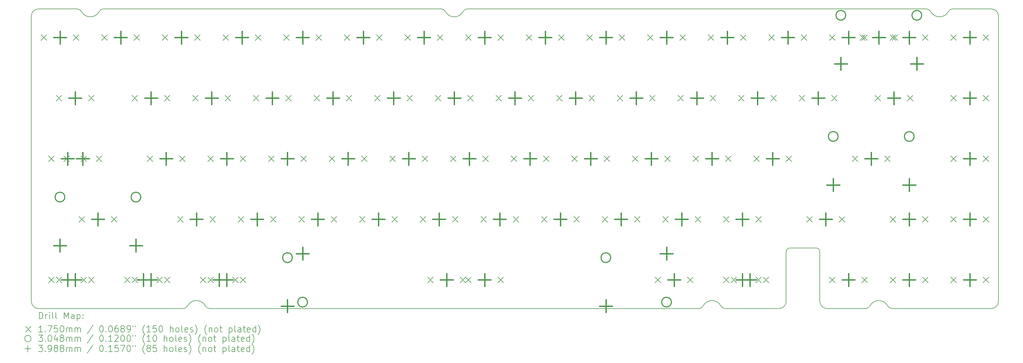
<source format=gbr>
%FSLAX45Y45*%
G04 Gerber Fmt 4.5, Leading zero omitted, Abs format (unit mm)*
G04 Created by KiCad (PCBNEW (6.0.1)) date 2022-02-17 22:32:31*
%MOMM*%
%LPD*%
G01*
G04 APERTURE LIST*
%TA.AperFunction,Profile*%
%ADD10C,0.200000*%
%TD*%
%ADD11C,0.200000*%
%ADD12C,0.175000*%
%ADD13C,0.304800*%
%ADD14C,0.398780*%
G04 APERTURE END LIST*
D10*
X1573193Y-80645D02*
G75*
G03*
X2131807Y-80645I279307J145645D01*
G01*
X225000Y0D02*
G75*
G03*
X0Y-225000I0J-225000D01*
G01*
X13003193Y-80645D02*
G75*
G03*
X12870189Y0I-133004J-69355D01*
G01*
X2264811Y0D02*
G75*
G03*
X2131807Y-80645I0J-150000D01*
G01*
X1440189Y0D02*
X225000Y0D01*
X30375000Y-9195000D02*
X30375000Y-225000D01*
X5465557Y-9339355D02*
G75*
G03*
X5598561Y-9420000I133003J69355D01*
G01*
X5465557Y-9339355D02*
G75*
G03*
X4906943Y-9339355I-279307J-145645D01*
G01*
X26896807Y-9339355D02*
G75*
G03*
X27029811Y-9420000I133003J69355D01*
G01*
X23832500Y-7515000D02*
X24640000Y-7515000D01*
X28110189Y0D02*
X13694810Y0D01*
X20966439Y-9420000D02*
X5598560Y-9420000D01*
X0Y-9195000D02*
X0Y-225000D01*
X28934810Y0D02*
G75*
G03*
X28801807Y-80645I0J-150000D01*
G01*
X4773939Y-9420000D02*
G75*
G03*
X4906943Y-9339355I0J150000D01*
G01*
X26205189Y-9420000D02*
G75*
G03*
X26338193Y-9339355I0J150000D01*
G01*
X23482500Y-9420000D02*
X21791061Y-9420000D01*
X30375000Y-225000D02*
G75*
G03*
X30150000Y0I-225000J0D01*
G01*
X24765000Y-7640000D02*
G75*
G03*
X24640000Y-7515000I-125000J0D01*
G01*
X26896807Y-9339355D02*
G75*
G03*
X26338193Y-9339355I-279307J-145645D01*
G01*
X30150000Y-9420000D02*
G75*
G03*
X30375000Y-9195000I0J225000D01*
G01*
X24765000Y-9195000D02*
G75*
G03*
X24990000Y-9420000I225000J0D01*
G01*
X20966439Y-9420000D02*
G75*
G03*
X21099443Y-9339355I0J150000D01*
G01*
X28243193Y-80645D02*
G75*
G03*
X28110189Y0I-133004J-69355D01*
G01*
X23832500Y-7515000D02*
G75*
G03*
X23707500Y-7640000I0J-125000D01*
G01*
X24765000Y-7640000D02*
X24765000Y-9195000D01*
X23482500Y-9420000D02*
G75*
G03*
X23707500Y-9195000I0J225000D01*
G01*
X26205189Y-9420000D02*
X24990000Y-9420000D01*
X23707500Y-7640000D02*
X23707500Y-9195000D01*
X13003193Y-80645D02*
G75*
G03*
X13561807Y-80645I279307J145645D01*
G01*
X1573193Y-80645D02*
G75*
G03*
X1440189Y0I-133004J-69355D01*
G01*
X30150000Y-9420000D02*
X27029810Y-9420000D01*
X4773939Y-9420000D02*
X225000Y-9420000D01*
X13694810Y0D02*
G75*
G03*
X13561807Y-80645I0J-150000D01*
G01*
X12870189Y0D02*
X2264811Y0D01*
X21658057Y-9339355D02*
G75*
G03*
X21099443Y-9339355I-279307J-145645D01*
G01*
X21658057Y-9339355D02*
G75*
G03*
X21791061Y-9420000I133003J69355D01*
G01*
X0Y-9195000D02*
G75*
G03*
X225000Y-9420000I225000J0D01*
G01*
X30150000Y0D02*
X28934810Y0D01*
X28243193Y-80645D02*
G75*
G03*
X28801807Y-80645I279307J145645D01*
G01*
D11*
D12*
X304500Y-812500D02*
X479500Y-987500D01*
X479500Y-812500D02*
X304500Y-987500D01*
X542625Y-4622500D02*
X717625Y-4797500D01*
X717625Y-4622500D02*
X542625Y-4797500D01*
X542625Y-8432500D02*
X717625Y-8607500D01*
X717625Y-8432500D02*
X542625Y-8607500D01*
X780750Y-2717500D02*
X955750Y-2892500D01*
X955750Y-2717500D02*
X780750Y-2892500D01*
X780750Y-8432500D02*
X955750Y-8607500D01*
X955750Y-8432500D02*
X780750Y-8607500D01*
X1018875Y-4622500D02*
X1193875Y-4797500D01*
X1193875Y-4622500D02*
X1018875Y-4797500D01*
X1320500Y-812500D02*
X1495500Y-987500D01*
X1495500Y-812500D02*
X1320500Y-987500D01*
X1495125Y-6527500D02*
X1670125Y-6702500D01*
X1670125Y-6527500D02*
X1495125Y-6702500D01*
X1558625Y-4622500D02*
X1733625Y-4797500D01*
X1733625Y-4622500D02*
X1558625Y-4797500D01*
X1558625Y-8432500D02*
X1733625Y-8607500D01*
X1733625Y-8432500D02*
X1558625Y-8607500D01*
X1796750Y-2717500D02*
X1971750Y-2892500D01*
X1971750Y-2717500D02*
X1796750Y-2892500D01*
X1796750Y-8432500D02*
X1971750Y-8607500D01*
X1971750Y-8432500D02*
X1796750Y-8607500D01*
X2034875Y-4622500D02*
X2209875Y-4797500D01*
X2209875Y-4622500D02*
X2034875Y-4797500D01*
X2209500Y-812500D02*
X2384500Y-987500D01*
X2384500Y-812500D02*
X2209500Y-987500D01*
X2511125Y-6527500D02*
X2686125Y-6702500D01*
X2686125Y-6527500D02*
X2511125Y-6702500D01*
X2923875Y-8432500D02*
X3098875Y-8607500D01*
X3098875Y-8432500D02*
X2923875Y-8607500D01*
X3162000Y-2717500D02*
X3337000Y-2892500D01*
X3337000Y-2717500D02*
X3162000Y-2892500D01*
X3162000Y-8432500D02*
X3337000Y-8607500D01*
X3337000Y-8432500D02*
X3162000Y-8607500D01*
X3225500Y-812500D02*
X3400500Y-987500D01*
X3400500Y-812500D02*
X3225500Y-987500D01*
X3638250Y-4622500D02*
X3813250Y-4797500D01*
X3813250Y-4622500D02*
X3638250Y-4797500D01*
X3939875Y-8432500D02*
X4114875Y-8607500D01*
X4114875Y-8432500D02*
X3939875Y-8607500D01*
X4114500Y-812500D02*
X4289500Y-987500D01*
X4289500Y-812500D02*
X4114500Y-987500D01*
X4178000Y-2717500D02*
X4353000Y-2892500D01*
X4353000Y-2717500D02*
X4178000Y-2892500D01*
X4178000Y-8432500D02*
X4353000Y-8607500D01*
X4353000Y-8432500D02*
X4178000Y-8607500D01*
X4590750Y-6527500D02*
X4765750Y-6702500D01*
X4765750Y-6527500D02*
X4590750Y-6702500D01*
X4654250Y-4622500D02*
X4829250Y-4797500D01*
X4829250Y-4622500D02*
X4654250Y-4797500D01*
X5067000Y-2717500D02*
X5242000Y-2892500D01*
X5242000Y-2717500D02*
X5067000Y-2892500D01*
X5130500Y-812500D02*
X5305500Y-987500D01*
X5305500Y-812500D02*
X5130500Y-987500D01*
X5305125Y-8432500D02*
X5480125Y-8607500D01*
X5480125Y-8432500D02*
X5305125Y-8607500D01*
X5543250Y-4622500D02*
X5718250Y-4797500D01*
X5718250Y-4622500D02*
X5543250Y-4797500D01*
X5543250Y-8432500D02*
X5718250Y-8607500D01*
X5718250Y-8432500D02*
X5543250Y-8607500D01*
X5606750Y-6527500D02*
X5781750Y-6702500D01*
X5781750Y-6527500D02*
X5606750Y-6702500D01*
X6019500Y-812500D02*
X6194500Y-987500D01*
X6194500Y-812500D02*
X6019500Y-987500D01*
X6083000Y-2717500D02*
X6258000Y-2892500D01*
X6258000Y-2717500D02*
X6083000Y-2892500D01*
X6321125Y-8432500D02*
X6496125Y-8607500D01*
X6496125Y-8432500D02*
X6321125Y-8607500D01*
X6495750Y-6527500D02*
X6670750Y-6702500D01*
X6670750Y-6527500D02*
X6495750Y-6702500D01*
X6559250Y-4622500D02*
X6734250Y-4797500D01*
X6734250Y-4622500D02*
X6559250Y-4797500D01*
X6559250Y-8432500D02*
X6734250Y-8607500D01*
X6734250Y-8432500D02*
X6559250Y-8607500D01*
X6972000Y-2717500D02*
X7147000Y-2892500D01*
X7147000Y-2717500D02*
X6972000Y-2892500D01*
X7035500Y-812500D02*
X7210500Y-987500D01*
X7210500Y-812500D02*
X7035500Y-987500D01*
X7448250Y-4622500D02*
X7623250Y-4797500D01*
X7623250Y-4622500D02*
X7448250Y-4797500D01*
X7511750Y-6527500D02*
X7686750Y-6702500D01*
X7686750Y-6527500D02*
X7511750Y-6702500D01*
X7924500Y-812500D02*
X8099500Y-987500D01*
X8099500Y-812500D02*
X7924500Y-987500D01*
X7988000Y-2717500D02*
X8163000Y-2892500D01*
X8163000Y-2717500D02*
X7988000Y-2892500D01*
X8400750Y-6527500D02*
X8575750Y-6702500D01*
X8575750Y-6527500D02*
X8400750Y-6702500D01*
X8464250Y-4622500D02*
X8639250Y-4797500D01*
X8639250Y-4622500D02*
X8464250Y-4797500D01*
X8877000Y-2717500D02*
X9052000Y-2892500D01*
X9052000Y-2717500D02*
X8877000Y-2892500D01*
X8940500Y-812500D02*
X9115500Y-987500D01*
X9115500Y-812500D02*
X8940500Y-987500D01*
X9353250Y-4622500D02*
X9528250Y-4797500D01*
X9528250Y-4622500D02*
X9353250Y-4797500D01*
X9416750Y-6527500D02*
X9591750Y-6702500D01*
X9591750Y-6527500D02*
X9416750Y-6702500D01*
X9829500Y-812500D02*
X10004500Y-987500D01*
X10004500Y-812500D02*
X9829500Y-987500D01*
X9893000Y-2717500D02*
X10068000Y-2892500D01*
X10068000Y-2717500D02*
X9893000Y-2892500D01*
X10305750Y-6527500D02*
X10480750Y-6702500D01*
X10480750Y-6527500D02*
X10305750Y-6702500D01*
X10369250Y-4622500D02*
X10544250Y-4797500D01*
X10544250Y-4622500D02*
X10369250Y-4797500D01*
X10782000Y-2717500D02*
X10957000Y-2892500D01*
X10957000Y-2717500D02*
X10782000Y-2892500D01*
X10845500Y-812500D02*
X11020500Y-987500D01*
X11020500Y-812500D02*
X10845500Y-987500D01*
X11258250Y-4622500D02*
X11433250Y-4797500D01*
X11433250Y-4622500D02*
X11258250Y-4797500D01*
X11321750Y-6527500D02*
X11496750Y-6702500D01*
X11496750Y-6527500D02*
X11321750Y-6702500D01*
X11734500Y-812500D02*
X11909500Y-987500D01*
X11909500Y-812500D02*
X11734500Y-987500D01*
X11798000Y-2717500D02*
X11973000Y-2892500D01*
X11973000Y-2717500D02*
X11798000Y-2892500D01*
X12210750Y-6527500D02*
X12385750Y-6702500D01*
X12385750Y-6527500D02*
X12210750Y-6702500D01*
X12274250Y-4622500D02*
X12449250Y-4797500D01*
X12449250Y-4622500D02*
X12274250Y-4797500D01*
X12448875Y-8432500D02*
X12623875Y-8607500D01*
X12623875Y-8432500D02*
X12448875Y-8607500D01*
X12687000Y-2717500D02*
X12862000Y-2892500D01*
X12862000Y-2717500D02*
X12687000Y-2892500D01*
X12750500Y-812500D02*
X12925500Y-987500D01*
X12925500Y-812500D02*
X12750500Y-987500D01*
X13163250Y-4622500D02*
X13338250Y-4797500D01*
X13338250Y-4622500D02*
X13163250Y-4797500D01*
X13226750Y-6527500D02*
X13401750Y-6702500D01*
X13401750Y-6527500D02*
X13226750Y-6702500D01*
X13464875Y-8432500D02*
X13639875Y-8607500D01*
X13639875Y-8432500D02*
X13464875Y-8607500D01*
X13639500Y-812500D02*
X13814500Y-987500D01*
X13814500Y-812500D02*
X13639500Y-987500D01*
X13639500Y-8432500D02*
X13814500Y-8607500D01*
X13814500Y-8432500D02*
X13639500Y-8607500D01*
X13703000Y-2717500D02*
X13878000Y-2892500D01*
X13878000Y-2717500D02*
X13703000Y-2892500D01*
X14115750Y-6527500D02*
X14290750Y-6702500D01*
X14290750Y-6527500D02*
X14115750Y-6702500D01*
X14179250Y-4622500D02*
X14354250Y-4797500D01*
X14354250Y-4622500D02*
X14179250Y-4797500D01*
X14592000Y-2717500D02*
X14767000Y-2892500D01*
X14767000Y-2717500D02*
X14592000Y-2892500D01*
X14655500Y-812500D02*
X14830500Y-987500D01*
X14830500Y-812500D02*
X14655500Y-987500D01*
X14655500Y-8432500D02*
X14830500Y-8607500D01*
X14830500Y-8432500D02*
X14655500Y-8607500D01*
X15068250Y-4622500D02*
X15243250Y-4797500D01*
X15243250Y-4622500D02*
X15068250Y-4797500D01*
X15131750Y-6527500D02*
X15306750Y-6702500D01*
X15306750Y-6527500D02*
X15131750Y-6702500D01*
X15544500Y-812500D02*
X15719500Y-987500D01*
X15719500Y-812500D02*
X15544500Y-987500D01*
X15608000Y-2717500D02*
X15783000Y-2892500D01*
X15783000Y-2717500D02*
X15608000Y-2892500D01*
X16020750Y-6527500D02*
X16195750Y-6702500D01*
X16195750Y-6527500D02*
X16020750Y-6702500D01*
X16084250Y-4622500D02*
X16259250Y-4797500D01*
X16259250Y-4622500D02*
X16084250Y-4797500D01*
X16497000Y-2717500D02*
X16672000Y-2892500D01*
X16672000Y-2717500D02*
X16497000Y-2892500D01*
X16560500Y-812500D02*
X16735500Y-987500D01*
X16735500Y-812500D02*
X16560500Y-987500D01*
X16973250Y-4622500D02*
X17148250Y-4797500D01*
X17148250Y-4622500D02*
X16973250Y-4797500D01*
X17036750Y-6527500D02*
X17211750Y-6702500D01*
X17211750Y-6527500D02*
X17036750Y-6702500D01*
X17449500Y-812500D02*
X17624500Y-987500D01*
X17624500Y-812500D02*
X17449500Y-987500D01*
X17513000Y-2717500D02*
X17688000Y-2892500D01*
X17688000Y-2717500D02*
X17513000Y-2892500D01*
X17925750Y-6527500D02*
X18100750Y-6702500D01*
X18100750Y-6527500D02*
X17925750Y-6702500D01*
X17989250Y-4622500D02*
X18164250Y-4797500D01*
X18164250Y-4622500D02*
X17989250Y-4797500D01*
X18402000Y-2717500D02*
X18577000Y-2892500D01*
X18577000Y-2717500D02*
X18402000Y-2892500D01*
X18465500Y-812500D02*
X18640500Y-987500D01*
X18640500Y-812500D02*
X18465500Y-987500D01*
X18878250Y-4622500D02*
X19053250Y-4797500D01*
X19053250Y-4622500D02*
X18878250Y-4797500D01*
X18941750Y-6527500D02*
X19116750Y-6702500D01*
X19116750Y-6527500D02*
X18941750Y-6702500D01*
X19354500Y-812500D02*
X19529500Y-987500D01*
X19529500Y-812500D02*
X19354500Y-987500D01*
X19418000Y-2717500D02*
X19593000Y-2892500D01*
X19593000Y-2717500D02*
X19418000Y-2892500D01*
X19592625Y-8432500D02*
X19767625Y-8607500D01*
X19767625Y-8432500D02*
X19592625Y-8607500D01*
X19830750Y-6527500D02*
X20005750Y-6702500D01*
X20005750Y-6527500D02*
X19830750Y-6702500D01*
X19894250Y-4622500D02*
X20069250Y-4797500D01*
X20069250Y-4622500D02*
X19894250Y-4797500D01*
X20307000Y-2717500D02*
X20482000Y-2892500D01*
X20482000Y-2717500D02*
X20307000Y-2892500D01*
X20370500Y-812500D02*
X20545500Y-987500D01*
X20545500Y-812500D02*
X20370500Y-987500D01*
X20608625Y-8432500D02*
X20783625Y-8607500D01*
X20783625Y-8432500D02*
X20608625Y-8607500D01*
X20783250Y-4622500D02*
X20958250Y-4797500D01*
X20958250Y-4622500D02*
X20783250Y-4797500D01*
X20846750Y-6527500D02*
X21021750Y-6702500D01*
X21021750Y-6527500D02*
X20846750Y-6702500D01*
X21259500Y-812500D02*
X21434500Y-987500D01*
X21434500Y-812500D02*
X21259500Y-987500D01*
X21323000Y-2717500D02*
X21498000Y-2892500D01*
X21498000Y-2717500D02*
X21323000Y-2892500D01*
X21735750Y-6527500D02*
X21910750Y-6702500D01*
X21910750Y-6527500D02*
X21735750Y-6702500D01*
X21735750Y-8432500D02*
X21910750Y-8607500D01*
X21910750Y-8432500D02*
X21735750Y-8607500D01*
X21799250Y-4622500D02*
X21974250Y-4797500D01*
X21974250Y-4622500D02*
X21799250Y-4797500D01*
X21973875Y-8432500D02*
X22148875Y-8607500D01*
X22148875Y-8432500D02*
X21973875Y-8607500D01*
X22212000Y-2717500D02*
X22387000Y-2892500D01*
X22387000Y-2717500D02*
X22212000Y-2892500D01*
X22275500Y-812500D02*
X22450500Y-987500D01*
X22450500Y-812500D02*
X22275500Y-987500D01*
X22688250Y-4622500D02*
X22863250Y-4797500D01*
X22863250Y-4622500D02*
X22688250Y-4797500D01*
X22751750Y-6527500D02*
X22926750Y-6702500D01*
X22926750Y-6527500D02*
X22751750Y-6702500D01*
X22751750Y-8432500D02*
X22926750Y-8607500D01*
X22926750Y-8432500D02*
X22751750Y-8607500D01*
X22989875Y-8432500D02*
X23164875Y-8607500D01*
X23164875Y-8432500D02*
X22989875Y-8607500D01*
X23164500Y-812500D02*
X23339500Y-987500D01*
X23339500Y-812500D02*
X23164500Y-987500D01*
X23228000Y-2717500D02*
X23403000Y-2892500D01*
X23403000Y-2717500D02*
X23228000Y-2892500D01*
X23704250Y-4622500D02*
X23879250Y-4797500D01*
X23879250Y-4622500D02*
X23704250Y-4797500D01*
X24117000Y-2717500D02*
X24292000Y-2892500D01*
X24292000Y-2717500D02*
X24117000Y-2892500D01*
X24180500Y-812500D02*
X24355500Y-987500D01*
X24355500Y-812500D02*
X24180500Y-987500D01*
X24355125Y-6527500D02*
X24530125Y-6702500D01*
X24530125Y-6527500D02*
X24355125Y-6702500D01*
X25069500Y-812500D02*
X25244500Y-987500D01*
X25244500Y-812500D02*
X25069500Y-987500D01*
X25069500Y-8432500D02*
X25244500Y-8607500D01*
X25244500Y-8432500D02*
X25069500Y-8607500D01*
X25133000Y-2717500D02*
X25308000Y-2892500D01*
X25308000Y-2717500D02*
X25133000Y-2892500D01*
X25371125Y-6527500D02*
X25546125Y-6702500D01*
X25546125Y-6527500D02*
X25371125Y-6702500D01*
X25783875Y-4622500D02*
X25958875Y-4797500D01*
X25958875Y-4622500D02*
X25783875Y-4797500D01*
X26022000Y-812500D02*
X26197000Y-987500D01*
X26197000Y-812500D02*
X26022000Y-987500D01*
X26085500Y-812500D02*
X26260500Y-987500D01*
X26260500Y-812500D02*
X26085500Y-987500D01*
X26085500Y-8432500D02*
X26260500Y-8607500D01*
X26260500Y-8432500D02*
X26085500Y-8607500D01*
X26498250Y-2717500D02*
X26673250Y-2892500D01*
X26673250Y-2717500D02*
X26498250Y-2892500D01*
X26799875Y-4622500D02*
X26974875Y-4797500D01*
X26974875Y-4622500D02*
X26799875Y-4797500D01*
X26974500Y-812500D02*
X27149500Y-987500D01*
X27149500Y-812500D02*
X26974500Y-987500D01*
X26974500Y-6527500D02*
X27149500Y-6702500D01*
X27149500Y-6527500D02*
X26974500Y-6702500D01*
X26974500Y-8432500D02*
X27149500Y-8607500D01*
X27149500Y-8432500D02*
X26974500Y-8607500D01*
X27038000Y-812500D02*
X27213000Y-987500D01*
X27213000Y-812500D02*
X27038000Y-987500D01*
X27514250Y-2717500D02*
X27689250Y-2892500D01*
X27689250Y-2717500D02*
X27514250Y-2892500D01*
X27990500Y-812500D02*
X28165500Y-987500D01*
X28165500Y-812500D02*
X27990500Y-987500D01*
X27990500Y-6527500D02*
X28165500Y-6702500D01*
X28165500Y-6527500D02*
X27990500Y-6702500D01*
X27990500Y-8432500D02*
X28165500Y-8607500D01*
X28165500Y-8432500D02*
X27990500Y-8607500D01*
X28879500Y-812500D02*
X29054500Y-987500D01*
X29054500Y-812500D02*
X28879500Y-987500D01*
X28879500Y-2717500D02*
X29054500Y-2892500D01*
X29054500Y-2717500D02*
X28879500Y-2892500D01*
X28879500Y-4622500D02*
X29054500Y-4797500D01*
X29054500Y-4622500D02*
X28879500Y-4797500D01*
X28879500Y-6527500D02*
X29054500Y-6702500D01*
X29054500Y-6527500D02*
X28879500Y-6702500D01*
X28879500Y-8432500D02*
X29054500Y-8607500D01*
X29054500Y-8432500D02*
X28879500Y-8607500D01*
X29895500Y-812500D02*
X30070500Y-987500D01*
X30070500Y-812500D02*
X29895500Y-987500D01*
X29895500Y-2717500D02*
X30070500Y-2892500D01*
X30070500Y-2717500D02*
X29895500Y-2892500D01*
X29895500Y-4622500D02*
X30070500Y-4797500D01*
X30070500Y-4622500D02*
X29895500Y-4797500D01*
X29895500Y-6527500D02*
X30070500Y-6702500D01*
X30070500Y-6527500D02*
X29895500Y-6702500D01*
X29895500Y-8432500D02*
X30070500Y-8607500D01*
X30070500Y-8432500D02*
X29895500Y-8607500D01*
D13*
X1049225Y-5916500D02*
G75*
G03*
X1049225Y-5916500I-152400J0D01*
G01*
X3436825Y-5916500D02*
G75*
G03*
X3436825Y-5916500I-152400J0D01*
G01*
X8196785Y-7821500D02*
G75*
G03*
X8196785Y-7821500I-152400J0D01*
G01*
X8672400Y-9218500D02*
G75*
G03*
X8672400Y-9218500I-152400J0D01*
G01*
X18196765Y-7821500D02*
G75*
G03*
X18196765Y-7821500I-152400J0D01*
G01*
X20102400Y-9218500D02*
G75*
G03*
X20102400Y-9218500I-152400J0D01*
G01*
X25337975Y-4011500D02*
G75*
G03*
X25337975Y-4011500I-152400J0D01*
G01*
X25576100Y-201500D02*
G75*
G03*
X25576100Y-201500I-152400J0D01*
G01*
X27725575Y-4011500D02*
G75*
G03*
X27725575Y-4011500I-152400J0D01*
G01*
X27963700Y-201500D02*
G75*
G03*
X27963700Y-201500I-152400J0D01*
G01*
D14*
X896825Y-7241110D02*
X896825Y-7639890D01*
X697435Y-7440500D02*
X1096215Y-7440500D01*
X900000Y-700610D02*
X900000Y-1099390D01*
X700610Y-900000D02*
X1099390Y-900000D01*
X1138125Y-4510610D02*
X1138125Y-4909390D01*
X938735Y-4710000D02*
X1337515Y-4710000D01*
X1138125Y-8320610D02*
X1138125Y-8719390D01*
X938735Y-8520000D02*
X1337515Y-8520000D01*
X1376250Y-2605610D02*
X1376250Y-3004390D01*
X1176860Y-2805000D02*
X1575640Y-2805000D01*
X1376250Y-8320610D02*
X1376250Y-8719390D01*
X1176860Y-8520000D02*
X1575640Y-8520000D01*
X1614375Y-4510610D02*
X1614375Y-4909390D01*
X1414985Y-4710000D02*
X1813765Y-4710000D01*
X2090625Y-6415610D02*
X2090625Y-6814390D01*
X1891235Y-6615000D02*
X2290015Y-6615000D01*
X2805000Y-700610D02*
X2805000Y-1099390D01*
X2605610Y-900000D02*
X3004390Y-900000D01*
X3284425Y-7241110D02*
X3284425Y-7639890D01*
X3085035Y-7440500D02*
X3483815Y-7440500D01*
X3519375Y-8320610D02*
X3519375Y-8719390D01*
X3319985Y-8520000D02*
X3718765Y-8520000D01*
X3757500Y-2605610D02*
X3757500Y-3004390D01*
X3558110Y-2805000D02*
X3956890Y-2805000D01*
X3757500Y-8320610D02*
X3757500Y-8719390D01*
X3558110Y-8520000D02*
X3956890Y-8520000D01*
X4233750Y-4510610D02*
X4233750Y-4909390D01*
X4034360Y-4710000D02*
X4433140Y-4710000D01*
X4710000Y-700610D02*
X4710000Y-1099390D01*
X4510610Y-900000D02*
X4909390Y-900000D01*
X5186250Y-6415610D02*
X5186250Y-6814390D01*
X4986860Y-6615000D02*
X5385640Y-6615000D01*
X5662500Y-2605610D02*
X5662500Y-3004390D01*
X5463110Y-2805000D02*
X5861890Y-2805000D01*
X5900625Y-8320610D02*
X5900625Y-8719390D01*
X5701235Y-8520000D02*
X6100015Y-8520000D01*
X6138750Y-4510610D02*
X6138750Y-4909390D01*
X5939360Y-4710000D02*
X6338140Y-4710000D01*
X6138750Y-8320610D02*
X6138750Y-8719390D01*
X5939360Y-8520000D02*
X6338140Y-8520000D01*
X6615000Y-700610D02*
X6615000Y-1099390D01*
X6415610Y-900000D02*
X6814390Y-900000D01*
X7091250Y-6415610D02*
X7091250Y-6814390D01*
X6891860Y-6615000D02*
X7290640Y-6615000D01*
X7567500Y-2605610D02*
X7567500Y-3004390D01*
X7368110Y-2805000D02*
X7766890Y-2805000D01*
X8043750Y-4510610D02*
X8043750Y-4909390D01*
X7844360Y-4710000D02*
X8243140Y-4710000D01*
X8044385Y-9146110D02*
X8044385Y-9544890D01*
X7844995Y-9345500D02*
X8243775Y-9345500D01*
X8520000Y-700610D02*
X8520000Y-1099390D01*
X8320610Y-900000D02*
X8719390Y-900000D01*
X8520000Y-7495110D02*
X8520000Y-7893890D01*
X8320610Y-7694500D02*
X8719390Y-7694500D01*
X8996250Y-6415610D02*
X8996250Y-6814390D01*
X8796860Y-6615000D02*
X9195640Y-6615000D01*
X9472500Y-2605610D02*
X9472500Y-3004390D01*
X9273110Y-2805000D02*
X9671890Y-2805000D01*
X9948750Y-4510610D02*
X9948750Y-4909390D01*
X9749360Y-4710000D02*
X10148140Y-4710000D01*
X10425000Y-700610D02*
X10425000Y-1099390D01*
X10225610Y-900000D02*
X10624390Y-900000D01*
X10901250Y-6415610D02*
X10901250Y-6814390D01*
X10701860Y-6615000D02*
X11100640Y-6615000D01*
X11377500Y-2605610D02*
X11377500Y-3004390D01*
X11178110Y-2805000D02*
X11576890Y-2805000D01*
X11853750Y-4510610D02*
X11853750Y-4909390D01*
X11654360Y-4710000D02*
X12053140Y-4710000D01*
X12330000Y-700610D02*
X12330000Y-1099390D01*
X12130610Y-900000D02*
X12529390Y-900000D01*
X12806250Y-6415610D02*
X12806250Y-6814390D01*
X12606860Y-6615000D02*
X13005640Y-6615000D01*
X13044375Y-8320610D02*
X13044375Y-8719390D01*
X12844985Y-8520000D02*
X13243765Y-8520000D01*
X13282500Y-2605610D02*
X13282500Y-3004390D01*
X13083110Y-2805000D02*
X13481890Y-2805000D01*
X13758750Y-4510610D02*
X13758750Y-4909390D01*
X13559360Y-4710000D02*
X13958140Y-4710000D01*
X14235000Y-700610D02*
X14235000Y-1099390D01*
X14035610Y-900000D02*
X14434390Y-900000D01*
X14235000Y-8320610D02*
X14235000Y-8719390D01*
X14035610Y-8520000D02*
X14434390Y-8520000D01*
X14711250Y-6415610D02*
X14711250Y-6814390D01*
X14511860Y-6615000D02*
X14910640Y-6615000D01*
X15187500Y-2605610D02*
X15187500Y-3004390D01*
X14988110Y-2805000D02*
X15386890Y-2805000D01*
X15663750Y-4510610D02*
X15663750Y-4909390D01*
X15464360Y-4710000D02*
X15863140Y-4710000D01*
X16140000Y-700610D02*
X16140000Y-1099390D01*
X15940610Y-900000D02*
X16339390Y-900000D01*
X16616250Y-6415610D02*
X16616250Y-6814390D01*
X16416860Y-6615000D02*
X16815640Y-6615000D01*
X17092500Y-2605610D02*
X17092500Y-3004390D01*
X16893110Y-2805000D02*
X17291890Y-2805000D01*
X17568750Y-4510610D02*
X17568750Y-4909390D01*
X17369360Y-4710000D02*
X17768140Y-4710000D01*
X18044365Y-9146110D02*
X18044365Y-9544890D01*
X17844975Y-9345500D02*
X18243755Y-9345500D01*
X18045000Y-700610D02*
X18045000Y-1099390D01*
X17845610Y-900000D02*
X18244390Y-900000D01*
X18521250Y-6415610D02*
X18521250Y-6814390D01*
X18321860Y-6615000D02*
X18720640Y-6615000D01*
X18997500Y-2605610D02*
X18997500Y-3004390D01*
X18798110Y-2805000D02*
X19196890Y-2805000D01*
X19473750Y-4510610D02*
X19473750Y-4909390D01*
X19274360Y-4710000D02*
X19673140Y-4710000D01*
X19950000Y-700610D02*
X19950000Y-1099390D01*
X19750610Y-900000D02*
X20149390Y-900000D01*
X19950000Y-7495110D02*
X19950000Y-7893890D01*
X19750610Y-7694500D02*
X20149390Y-7694500D01*
X20188125Y-8320610D02*
X20188125Y-8719390D01*
X19988735Y-8520000D02*
X20387515Y-8520000D01*
X20426250Y-6415610D02*
X20426250Y-6814390D01*
X20226860Y-6615000D02*
X20625640Y-6615000D01*
X20902500Y-2605610D02*
X20902500Y-3004390D01*
X20703110Y-2805000D02*
X21101890Y-2805000D01*
X21378750Y-4510610D02*
X21378750Y-4909390D01*
X21179360Y-4710000D02*
X21578140Y-4710000D01*
X21855000Y-700610D02*
X21855000Y-1099390D01*
X21655610Y-900000D02*
X22054390Y-900000D01*
X22331250Y-6415610D02*
X22331250Y-6814390D01*
X22131860Y-6615000D02*
X22530640Y-6615000D01*
X22331250Y-8320610D02*
X22331250Y-8719390D01*
X22131860Y-8520000D02*
X22530640Y-8520000D01*
X22569375Y-8320610D02*
X22569375Y-8719390D01*
X22369985Y-8520000D02*
X22768765Y-8520000D01*
X22807500Y-2605610D02*
X22807500Y-3004390D01*
X22608110Y-2805000D02*
X23006890Y-2805000D01*
X23283750Y-4510610D02*
X23283750Y-4909390D01*
X23084360Y-4710000D02*
X23483140Y-4710000D01*
X23760000Y-700610D02*
X23760000Y-1099390D01*
X23560610Y-900000D02*
X23959390Y-900000D01*
X24712500Y-2605610D02*
X24712500Y-3004390D01*
X24513110Y-2805000D02*
X24911890Y-2805000D01*
X24950625Y-6415610D02*
X24950625Y-6814390D01*
X24751235Y-6615000D02*
X25150015Y-6615000D01*
X25185575Y-5336110D02*
X25185575Y-5734890D01*
X24986185Y-5535500D02*
X25384965Y-5535500D01*
X25423700Y-1526110D02*
X25423700Y-1924890D01*
X25224310Y-1725500D02*
X25623090Y-1725500D01*
X25665000Y-700610D02*
X25665000Y-1099390D01*
X25465610Y-900000D02*
X25864390Y-900000D01*
X25665000Y-8320610D02*
X25665000Y-8719390D01*
X25465610Y-8520000D02*
X25864390Y-8520000D01*
X26379375Y-4510610D02*
X26379375Y-4909390D01*
X26179985Y-4710000D02*
X26578765Y-4710000D01*
X26617500Y-700610D02*
X26617500Y-1099390D01*
X26418110Y-900000D02*
X26816890Y-900000D01*
X27093750Y-2605610D02*
X27093750Y-3004390D01*
X26894360Y-2805000D02*
X27293140Y-2805000D01*
X27570000Y-700610D02*
X27570000Y-1099390D01*
X27370610Y-900000D02*
X27769390Y-900000D01*
X27570000Y-6415610D02*
X27570000Y-6814390D01*
X27370610Y-6615000D02*
X27769390Y-6615000D01*
X27570000Y-8320610D02*
X27570000Y-8719390D01*
X27370610Y-8520000D02*
X27769390Y-8520000D01*
X27573175Y-5336110D02*
X27573175Y-5734890D01*
X27373785Y-5535500D02*
X27772565Y-5535500D01*
X27811300Y-1526110D02*
X27811300Y-1924890D01*
X27611910Y-1725500D02*
X28010690Y-1725500D01*
X29475000Y-700610D02*
X29475000Y-1099390D01*
X29275610Y-900000D02*
X29674390Y-900000D01*
X29475000Y-2605610D02*
X29475000Y-3004390D01*
X29275610Y-2805000D02*
X29674390Y-2805000D01*
X29475000Y-4510610D02*
X29475000Y-4909390D01*
X29275610Y-4710000D02*
X29674390Y-4710000D01*
X29475000Y-6415610D02*
X29475000Y-6814390D01*
X29275610Y-6615000D02*
X29674390Y-6615000D01*
X29475000Y-8320610D02*
X29475000Y-8719390D01*
X29275610Y-8520000D02*
X29674390Y-8520000D01*
D11*
X247619Y-9740476D02*
X247619Y-9540476D01*
X295238Y-9540476D01*
X323810Y-9550000D01*
X342857Y-9569048D01*
X352381Y-9588095D01*
X361905Y-9626190D01*
X361905Y-9654762D01*
X352381Y-9692857D01*
X342857Y-9711905D01*
X323810Y-9730952D01*
X295238Y-9740476D01*
X247619Y-9740476D01*
X447619Y-9740476D02*
X447619Y-9607143D01*
X447619Y-9645238D02*
X457143Y-9626190D01*
X466667Y-9616667D01*
X485714Y-9607143D01*
X504762Y-9607143D01*
X571429Y-9740476D02*
X571429Y-9607143D01*
X571429Y-9540476D02*
X561905Y-9550000D01*
X571429Y-9559524D01*
X580952Y-9550000D01*
X571429Y-9540476D01*
X571429Y-9559524D01*
X695238Y-9740476D02*
X676190Y-9730952D01*
X666667Y-9711905D01*
X666667Y-9540476D01*
X800000Y-9740476D02*
X780952Y-9730952D01*
X771428Y-9711905D01*
X771428Y-9540476D01*
X1028571Y-9740476D02*
X1028571Y-9540476D01*
X1095238Y-9683333D01*
X1161905Y-9540476D01*
X1161905Y-9740476D01*
X1342857Y-9740476D02*
X1342857Y-9635714D01*
X1333333Y-9616667D01*
X1314286Y-9607143D01*
X1276190Y-9607143D01*
X1257143Y-9616667D01*
X1342857Y-9730952D02*
X1323810Y-9740476D01*
X1276190Y-9740476D01*
X1257143Y-9730952D01*
X1247619Y-9711905D01*
X1247619Y-9692857D01*
X1257143Y-9673810D01*
X1276190Y-9664286D01*
X1323810Y-9664286D01*
X1342857Y-9654762D01*
X1438095Y-9607143D02*
X1438095Y-9807143D01*
X1438095Y-9616667D02*
X1457143Y-9607143D01*
X1495238Y-9607143D01*
X1514286Y-9616667D01*
X1523809Y-9626190D01*
X1533333Y-9645238D01*
X1533333Y-9702381D01*
X1523809Y-9721429D01*
X1514286Y-9730952D01*
X1495238Y-9740476D01*
X1457143Y-9740476D01*
X1438095Y-9730952D01*
X1619048Y-9721429D02*
X1628571Y-9730952D01*
X1619048Y-9740476D01*
X1609524Y-9730952D01*
X1619048Y-9721429D01*
X1619048Y-9740476D01*
X1619048Y-9616667D02*
X1628571Y-9626190D01*
X1619048Y-9635714D01*
X1609524Y-9626190D01*
X1619048Y-9616667D01*
X1619048Y-9635714D01*
D12*
X-185000Y-9982500D02*
X-10000Y-10157500D01*
X-10000Y-9982500D02*
X-185000Y-10157500D01*
D11*
X352381Y-10160476D02*
X238095Y-10160476D01*
X295238Y-10160476D02*
X295238Y-9960476D01*
X276190Y-9989048D01*
X257143Y-10008095D01*
X238095Y-10017619D01*
X438095Y-10141429D02*
X447619Y-10150952D01*
X438095Y-10160476D01*
X428571Y-10150952D01*
X438095Y-10141429D01*
X438095Y-10160476D01*
X514286Y-9960476D02*
X647619Y-9960476D01*
X561905Y-10160476D01*
X819048Y-9960476D02*
X723809Y-9960476D01*
X714286Y-10055714D01*
X723809Y-10046190D01*
X742857Y-10036667D01*
X790476Y-10036667D01*
X809524Y-10046190D01*
X819048Y-10055714D01*
X828571Y-10074762D01*
X828571Y-10122381D01*
X819048Y-10141429D01*
X809524Y-10150952D01*
X790476Y-10160476D01*
X742857Y-10160476D01*
X723809Y-10150952D01*
X714286Y-10141429D01*
X952381Y-9960476D02*
X971428Y-9960476D01*
X990476Y-9970000D01*
X1000000Y-9979524D01*
X1009524Y-9998571D01*
X1019048Y-10036667D01*
X1019048Y-10084286D01*
X1009524Y-10122381D01*
X1000000Y-10141429D01*
X990476Y-10150952D01*
X971428Y-10160476D01*
X952381Y-10160476D01*
X933333Y-10150952D01*
X923809Y-10141429D01*
X914286Y-10122381D01*
X904762Y-10084286D01*
X904762Y-10036667D01*
X914286Y-9998571D01*
X923809Y-9979524D01*
X933333Y-9970000D01*
X952381Y-9960476D01*
X1104762Y-10160476D02*
X1104762Y-10027143D01*
X1104762Y-10046190D02*
X1114286Y-10036667D01*
X1133333Y-10027143D01*
X1161905Y-10027143D01*
X1180952Y-10036667D01*
X1190476Y-10055714D01*
X1190476Y-10160476D01*
X1190476Y-10055714D02*
X1200000Y-10036667D01*
X1219048Y-10027143D01*
X1247619Y-10027143D01*
X1266667Y-10036667D01*
X1276190Y-10055714D01*
X1276190Y-10160476D01*
X1371429Y-10160476D02*
X1371429Y-10027143D01*
X1371429Y-10046190D02*
X1380952Y-10036667D01*
X1400000Y-10027143D01*
X1428571Y-10027143D01*
X1447619Y-10036667D01*
X1457143Y-10055714D01*
X1457143Y-10160476D01*
X1457143Y-10055714D02*
X1466667Y-10036667D01*
X1485714Y-10027143D01*
X1514286Y-10027143D01*
X1533333Y-10036667D01*
X1542857Y-10055714D01*
X1542857Y-10160476D01*
X1933333Y-9950952D02*
X1761905Y-10208095D01*
X2190476Y-9960476D02*
X2209524Y-9960476D01*
X2228571Y-9970000D01*
X2238095Y-9979524D01*
X2247619Y-9998571D01*
X2257143Y-10036667D01*
X2257143Y-10084286D01*
X2247619Y-10122381D01*
X2238095Y-10141429D01*
X2228571Y-10150952D01*
X2209524Y-10160476D01*
X2190476Y-10160476D01*
X2171429Y-10150952D01*
X2161905Y-10141429D01*
X2152381Y-10122381D01*
X2142857Y-10084286D01*
X2142857Y-10036667D01*
X2152381Y-9998571D01*
X2161905Y-9979524D01*
X2171429Y-9970000D01*
X2190476Y-9960476D01*
X2342857Y-10141429D02*
X2352381Y-10150952D01*
X2342857Y-10160476D01*
X2333333Y-10150952D01*
X2342857Y-10141429D01*
X2342857Y-10160476D01*
X2476190Y-9960476D02*
X2495238Y-9960476D01*
X2514286Y-9970000D01*
X2523810Y-9979524D01*
X2533333Y-9998571D01*
X2542857Y-10036667D01*
X2542857Y-10084286D01*
X2533333Y-10122381D01*
X2523810Y-10141429D01*
X2514286Y-10150952D01*
X2495238Y-10160476D01*
X2476190Y-10160476D01*
X2457143Y-10150952D01*
X2447619Y-10141429D01*
X2438095Y-10122381D01*
X2428571Y-10084286D01*
X2428571Y-10036667D01*
X2438095Y-9998571D01*
X2447619Y-9979524D01*
X2457143Y-9970000D01*
X2476190Y-9960476D01*
X2714286Y-9960476D02*
X2676190Y-9960476D01*
X2657143Y-9970000D01*
X2647619Y-9979524D01*
X2628571Y-10008095D01*
X2619048Y-10046190D01*
X2619048Y-10122381D01*
X2628571Y-10141429D01*
X2638095Y-10150952D01*
X2657143Y-10160476D01*
X2695238Y-10160476D01*
X2714286Y-10150952D01*
X2723810Y-10141429D01*
X2733333Y-10122381D01*
X2733333Y-10074762D01*
X2723810Y-10055714D01*
X2714286Y-10046190D01*
X2695238Y-10036667D01*
X2657143Y-10036667D01*
X2638095Y-10046190D01*
X2628571Y-10055714D01*
X2619048Y-10074762D01*
X2847619Y-10046190D02*
X2828571Y-10036667D01*
X2819048Y-10027143D01*
X2809524Y-10008095D01*
X2809524Y-9998571D01*
X2819048Y-9979524D01*
X2828571Y-9970000D01*
X2847619Y-9960476D01*
X2885714Y-9960476D01*
X2904762Y-9970000D01*
X2914286Y-9979524D01*
X2923809Y-9998571D01*
X2923809Y-10008095D01*
X2914286Y-10027143D01*
X2904762Y-10036667D01*
X2885714Y-10046190D01*
X2847619Y-10046190D01*
X2828571Y-10055714D01*
X2819048Y-10065238D01*
X2809524Y-10084286D01*
X2809524Y-10122381D01*
X2819048Y-10141429D01*
X2828571Y-10150952D01*
X2847619Y-10160476D01*
X2885714Y-10160476D01*
X2904762Y-10150952D01*
X2914286Y-10141429D01*
X2923809Y-10122381D01*
X2923809Y-10084286D01*
X2914286Y-10065238D01*
X2904762Y-10055714D01*
X2885714Y-10046190D01*
X3019048Y-10160476D02*
X3057143Y-10160476D01*
X3076190Y-10150952D01*
X3085714Y-10141429D01*
X3104762Y-10112857D01*
X3114286Y-10074762D01*
X3114286Y-9998571D01*
X3104762Y-9979524D01*
X3095238Y-9970000D01*
X3076190Y-9960476D01*
X3038095Y-9960476D01*
X3019048Y-9970000D01*
X3009524Y-9979524D01*
X3000000Y-9998571D01*
X3000000Y-10046190D01*
X3009524Y-10065238D01*
X3019048Y-10074762D01*
X3038095Y-10084286D01*
X3076190Y-10084286D01*
X3095238Y-10074762D01*
X3104762Y-10065238D01*
X3114286Y-10046190D01*
X3190476Y-9960476D02*
X3190476Y-9998571D01*
X3266667Y-9960476D02*
X3266667Y-9998571D01*
X3561905Y-10236667D02*
X3552381Y-10227143D01*
X3533333Y-10198571D01*
X3523809Y-10179524D01*
X3514286Y-10150952D01*
X3504762Y-10103333D01*
X3504762Y-10065238D01*
X3514286Y-10017619D01*
X3523809Y-9989048D01*
X3533333Y-9970000D01*
X3552381Y-9941429D01*
X3561905Y-9931905D01*
X3742857Y-10160476D02*
X3628571Y-10160476D01*
X3685714Y-10160476D02*
X3685714Y-9960476D01*
X3666667Y-9989048D01*
X3647619Y-10008095D01*
X3628571Y-10017619D01*
X3923809Y-9960476D02*
X3828571Y-9960476D01*
X3819048Y-10055714D01*
X3828571Y-10046190D01*
X3847619Y-10036667D01*
X3895238Y-10036667D01*
X3914286Y-10046190D01*
X3923809Y-10055714D01*
X3933333Y-10074762D01*
X3933333Y-10122381D01*
X3923809Y-10141429D01*
X3914286Y-10150952D01*
X3895238Y-10160476D01*
X3847619Y-10160476D01*
X3828571Y-10150952D01*
X3819048Y-10141429D01*
X4057143Y-9960476D02*
X4076190Y-9960476D01*
X4095238Y-9970000D01*
X4104762Y-9979524D01*
X4114286Y-9998571D01*
X4123809Y-10036667D01*
X4123809Y-10084286D01*
X4114286Y-10122381D01*
X4104762Y-10141429D01*
X4095238Y-10150952D01*
X4076190Y-10160476D01*
X4057143Y-10160476D01*
X4038095Y-10150952D01*
X4028571Y-10141429D01*
X4019048Y-10122381D01*
X4009524Y-10084286D01*
X4009524Y-10036667D01*
X4019048Y-9998571D01*
X4028571Y-9979524D01*
X4038095Y-9970000D01*
X4057143Y-9960476D01*
X4361905Y-10160476D02*
X4361905Y-9960476D01*
X4447619Y-10160476D02*
X4447619Y-10055714D01*
X4438095Y-10036667D01*
X4419048Y-10027143D01*
X4390476Y-10027143D01*
X4371429Y-10036667D01*
X4361905Y-10046190D01*
X4571429Y-10160476D02*
X4552381Y-10150952D01*
X4542857Y-10141429D01*
X4533333Y-10122381D01*
X4533333Y-10065238D01*
X4542857Y-10046190D01*
X4552381Y-10036667D01*
X4571429Y-10027143D01*
X4600000Y-10027143D01*
X4619048Y-10036667D01*
X4628571Y-10046190D01*
X4638095Y-10065238D01*
X4638095Y-10122381D01*
X4628571Y-10141429D01*
X4619048Y-10150952D01*
X4600000Y-10160476D01*
X4571429Y-10160476D01*
X4752381Y-10160476D02*
X4733333Y-10150952D01*
X4723810Y-10131905D01*
X4723810Y-9960476D01*
X4904762Y-10150952D02*
X4885714Y-10160476D01*
X4847619Y-10160476D01*
X4828571Y-10150952D01*
X4819048Y-10131905D01*
X4819048Y-10055714D01*
X4828571Y-10036667D01*
X4847619Y-10027143D01*
X4885714Y-10027143D01*
X4904762Y-10036667D01*
X4914286Y-10055714D01*
X4914286Y-10074762D01*
X4819048Y-10093810D01*
X4990476Y-10150952D02*
X5009524Y-10160476D01*
X5047619Y-10160476D01*
X5066667Y-10150952D01*
X5076190Y-10131905D01*
X5076190Y-10122381D01*
X5066667Y-10103333D01*
X5047619Y-10093810D01*
X5019048Y-10093810D01*
X5000000Y-10084286D01*
X4990476Y-10065238D01*
X4990476Y-10055714D01*
X5000000Y-10036667D01*
X5019048Y-10027143D01*
X5047619Y-10027143D01*
X5066667Y-10036667D01*
X5142857Y-10236667D02*
X5152381Y-10227143D01*
X5171429Y-10198571D01*
X5180952Y-10179524D01*
X5190476Y-10150952D01*
X5200000Y-10103333D01*
X5200000Y-10065238D01*
X5190476Y-10017619D01*
X5180952Y-9989048D01*
X5171429Y-9970000D01*
X5152381Y-9941429D01*
X5142857Y-9931905D01*
X5504762Y-10236667D02*
X5495238Y-10227143D01*
X5476190Y-10198571D01*
X5466667Y-10179524D01*
X5457143Y-10150952D01*
X5447619Y-10103333D01*
X5447619Y-10065238D01*
X5457143Y-10017619D01*
X5466667Y-9989048D01*
X5476190Y-9970000D01*
X5495238Y-9941429D01*
X5504762Y-9931905D01*
X5580952Y-10027143D02*
X5580952Y-10160476D01*
X5580952Y-10046190D02*
X5590476Y-10036667D01*
X5609524Y-10027143D01*
X5638095Y-10027143D01*
X5657143Y-10036667D01*
X5666667Y-10055714D01*
X5666667Y-10160476D01*
X5790476Y-10160476D02*
X5771428Y-10150952D01*
X5761905Y-10141429D01*
X5752381Y-10122381D01*
X5752381Y-10065238D01*
X5761905Y-10046190D01*
X5771428Y-10036667D01*
X5790476Y-10027143D01*
X5819048Y-10027143D01*
X5838095Y-10036667D01*
X5847619Y-10046190D01*
X5857143Y-10065238D01*
X5857143Y-10122381D01*
X5847619Y-10141429D01*
X5838095Y-10150952D01*
X5819048Y-10160476D01*
X5790476Y-10160476D01*
X5914286Y-10027143D02*
X5990476Y-10027143D01*
X5942857Y-9960476D02*
X5942857Y-10131905D01*
X5952381Y-10150952D01*
X5971428Y-10160476D01*
X5990476Y-10160476D01*
X6209524Y-10027143D02*
X6209524Y-10227143D01*
X6209524Y-10036667D02*
X6228571Y-10027143D01*
X6266667Y-10027143D01*
X6285714Y-10036667D01*
X6295238Y-10046190D01*
X6304762Y-10065238D01*
X6304762Y-10122381D01*
X6295238Y-10141429D01*
X6285714Y-10150952D01*
X6266667Y-10160476D01*
X6228571Y-10160476D01*
X6209524Y-10150952D01*
X6419048Y-10160476D02*
X6400000Y-10150952D01*
X6390476Y-10131905D01*
X6390476Y-9960476D01*
X6580952Y-10160476D02*
X6580952Y-10055714D01*
X6571428Y-10036667D01*
X6552381Y-10027143D01*
X6514286Y-10027143D01*
X6495238Y-10036667D01*
X6580952Y-10150952D02*
X6561905Y-10160476D01*
X6514286Y-10160476D01*
X6495238Y-10150952D01*
X6485714Y-10131905D01*
X6485714Y-10112857D01*
X6495238Y-10093810D01*
X6514286Y-10084286D01*
X6561905Y-10084286D01*
X6580952Y-10074762D01*
X6647619Y-10027143D02*
X6723809Y-10027143D01*
X6676190Y-9960476D02*
X6676190Y-10131905D01*
X6685714Y-10150952D01*
X6704762Y-10160476D01*
X6723809Y-10160476D01*
X6866667Y-10150952D02*
X6847619Y-10160476D01*
X6809524Y-10160476D01*
X6790476Y-10150952D01*
X6780952Y-10131905D01*
X6780952Y-10055714D01*
X6790476Y-10036667D01*
X6809524Y-10027143D01*
X6847619Y-10027143D01*
X6866667Y-10036667D01*
X6876190Y-10055714D01*
X6876190Y-10074762D01*
X6780952Y-10093810D01*
X7047619Y-10160476D02*
X7047619Y-9960476D01*
X7047619Y-10150952D02*
X7028571Y-10160476D01*
X6990476Y-10160476D01*
X6971428Y-10150952D01*
X6961905Y-10141429D01*
X6952381Y-10122381D01*
X6952381Y-10065238D01*
X6961905Y-10046190D01*
X6971428Y-10036667D01*
X6990476Y-10027143D01*
X7028571Y-10027143D01*
X7047619Y-10036667D01*
X7123809Y-10236667D02*
X7133333Y-10227143D01*
X7152381Y-10198571D01*
X7161905Y-10179524D01*
X7171428Y-10150952D01*
X7180952Y-10103333D01*
X7180952Y-10065238D01*
X7171428Y-10017619D01*
X7161905Y-9989048D01*
X7152381Y-9970000D01*
X7133333Y-9941429D01*
X7123809Y-9931905D01*
X-10000Y-10365000D02*
G75*
G03*
X-10000Y-10365000I-100000J0D01*
G01*
X228571Y-10255476D02*
X352381Y-10255476D01*
X285714Y-10331667D01*
X314286Y-10331667D01*
X333333Y-10341190D01*
X342857Y-10350714D01*
X352381Y-10369762D01*
X352381Y-10417381D01*
X342857Y-10436429D01*
X333333Y-10445952D01*
X314286Y-10455476D01*
X257143Y-10455476D01*
X238095Y-10445952D01*
X228571Y-10436429D01*
X438095Y-10436429D02*
X447619Y-10445952D01*
X438095Y-10455476D01*
X428571Y-10445952D01*
X438095Y-10436429D01*
X438095Y-10455476D01*
X571429Y-10255476D02*
X590476Y-10255476D01*
X609524Y-10265000D01*
X619048Y-10274524D01*
X628571Y-10293571D01*
X638095Y-10331667D01*
X638095Y-10379286D01*
X628571Y-10417381D01*
X619048Y-10436429D01*
X609524Y-10445952D01*
X590476Y-10455476D01*
X571429Y-10455476D01*
X552381Y-10445952D01*
X542857Y-10436429D01*
X533333Y-10417381D01*
X523809Y-10379286D01*
X523809Y-10331667D01*
X533333Y-10293571D01*
X542857Y-10274524D01*
X552381Y-10265000D01*
X571429Y-10255476D01*
X809524Y-10322143D02*
X809524Y-10455476D01*
X761905Y-10245952D02*
X714286Y-10388810D01*
X838095Y-10388810D01*
X942857Y-10341190D02*
X923809Y-10331667D01*
X914286Y-10322143D01*
X904762Y-10303095D01*
X904762Y-10293571D01*
X914286Y-10274524D01*
X923809Y-10265000D01*
X942857Y-10255476D01*
X980952Y-10255476D01*
X1000000Y-10265000D01*
X1009524Y-10274524D01*
X1019048Y-10293571D01*
X1019048Y-10303095D01*
X1009524Y-10322143D01*
X1000000Y-10331667D01*
X980952Y-10341190D01*
X942857Y-10341190D01*
X923809Y-10350714D01*
X914286Y-10360238D01*
X904762Y-10379286D01*
X904762Y-10417381D01*
X914286Y-10436429D01*
X923809Y-10445952D01*
X942857Y-10455476D01*
X980952Y-10455476D01*
X1000000Y-10445952D01*
X1009524Y-10436429D01*
X1019048Y-10417381D01*
X1019048Y-10379286D01*
X1009524Y-10360238D01*
X1000000Y-10350714D01*
X980952Y-10341190D01*
X1104762Y-10455476D02*
X1104762Y-10322143D01*
X1104762Y-10341190D02*
X1114286Y-10331667D01*
X1133333Y-10322143D01*
X1161905Y-10322143D01*
X1180952Y-10331667D01*
X1190476Y-10350714D01*
X1190476Y-10455476D01*
X1190476Y-10350714D02*
X1200000Y-10331667D01*
X1219048Y-10322143D01*
X1247619Y-10322143D01*
X1266667Y-10331667D01*
X1276190Y-10350714D01*
X1276190Y-10455476D01*
X1371429Y-10455476D02*
X1371429Y-10322143D01*
X1371429Y-10341190D02*
X1380952Y-10331667D01*
X1400000Y-10322143D01*
X1428571Y-10322143D01*
X1447619Y-10331667D01*
X1457143Y-10350714D01*
X1457143Y-10455476D01*
X1457143Y-10350714D02*
X1466667Y-10331667D01*
X1485714Y-10322143D01*
X1514286Y-10322143D01*
X1533333Y-10331667D01*
X1542857Y-10350714D01*
X1542857Y-10455476D01*
X1933333Y-10245952D02*
X1761905Y-10503095D01*
X2190476Y-10255476D02*
X2209524Y-10255476D01*
X2228571Y-10265000D01*
X2238095Y-10274524D01*
X2247619Y-10293571D01*
X2257143Y-10331667D01*
X2257143Y-10379286D01*
X2247619Y-10417381D01*
X2238095Y-10436429D01*
X2228571Y-10445952D01*
X2209524Y-10455476D01*
X2190476Y-10455476D01*
X2171429Y-10445952D01*
X2161905Y-10436429D01*
X2152381Y-10417381D01*
X2142857Y-10379286D01*
X2142857Y-10331667D01*
X2152381Y-10293571D01*
X2161905Y-10274524D01*
X2171429Y-10265000D01*
X2190476Y-10255476D01*
X2342857Y-10436429D02*
X2352381Y-10445952D01*
X2342857Y-10455476D01*
X2333333Y-10445952D01*
X2342857Y-10436429D01*
X2342857Y-10455476D01*
X2542857Y-10455476D02*
X2428571Y-10455476D01*
X2485714Y-10455476D02*
X2485714Y-10255476D01*
X2466667Y-10284048D01*
X2447619Y-10303095D01*
X2428571Y-10312619D01*
X2619048Y-10274524D02*
X2628571Y-10265000D01*
X2647619Y-10255476D01*
X2695238Y-10255476D01*
X2714286Y-10265000D01*
X2723810Y-10274524D01*
X2733333Y-10293571D01*
X2733333Y-10312619D01*
X2723810Y-10341190D01*
X2609524Y-10455476D01*
X2733333Y-10455476D01*
X2857143Y-10255476D02*
X2876190Y-10255476D01*
X2895238Y-10265000D01*
X2904762Y-10274524D01*
X2914286Y-10293571D01*
X2923809Y-10331667D01*
X2923809Y-10379286D01*
X2914286Y-10417381D01*
X2904762Y-10436429D01*
X2895238Y-10445952D01*
X2876190Y-10455476D01*
X2857143Y-10455476D01*
X2838095Y-10445952D01*
X2828571Y-10436429D01*
X2819048Y-10417381D01*
X2809524Y-10379286D01*
X2809524Y-10331667D01*
X2819048Y-10293571D01*
X2828571Y-10274524D01*
X2838095Y-10265000D01*
X2857143Y-10255476D01*
X3047619Y-10255476D02*
X3066667Y-10255476D01*
X3085714Y-10265000D01*
X3095238Y-10274524D01*
X3104762Y-10293571D01*
X3114286Y-10331667D01*
X3114286Y-10379286D01*
X3104762Y-10417381D01*
X3095238Y-10436429D01*
X3085714Y-10445952D01*
X3066667Y-10455476D01*
X3047619Y-10455476D01*
X3028571Y-10445952D01*
X3019048Y-10436429D01*
X3009524Y-10417381D01*
X3000000Y-10379286D01*
X3000000Y-10331667D01*
X3009524Y-10293571D01*
X3019048Y-10274524D01*
X3028571Y-10265000D01*
X3047619Y-10255476D01*
X3190476Y-10255476D02*
X3190476Y-10293571D01*
X3266667Y-10255476D02*
X3266667Y-10293571D01*
X3561905Y-10531667D02*
X3552381Y-10522143D01*
X3533333Y-10493571D01*
X3523809Y-10474524D01*
X3514286Y-10445952D01*
X3504762Y-10398333D01*
X3504762Y-10360238D01*
X3514286Y-10312619D01*
X3523809Y-10284048D01*
X3533333Y-10265000D01*
X3552381Y-10236429D01*
X3561905Y-10226905D01*
X3742857Y-10455476D02*
X3628571Y-10455476D01*
X3685714Y-10455476D02*
X3685714Y-10255476D01*
X3666667Y-10284048D01*
X3647619Y-10303095D01*
X3628571Y-10312619D01*
X3866667Y-10255476D02*
X3885714Y-10255476D01*
X3904762Y-10265000D01*
X3914286Y-10274524D01*
X3923809Y-10293571D01*
X3933333Y-10331667D01*
X3933333Y-10379286D01*
X3923809Y-10417381D01*
X3914286Y-10436429D01*
X3904762Y-10445952D01*
X3885714Y-10455476D01*
X3866667Y-10455476D01*
X3847619Y-10445952D01*
X3838095Y-10436429D01*
X3828571Y-10417381D01*
X3819048Y-10379286D01*
X3819048Y-10331667D01*
X3828571Y-10293571D01*
X3838095Y-10274524D01*
X3847619Y-10265000D01*
X3866667Y-10255476D01*
X4171428Y-10455476D02*
X4171428Y-10255476D01*
X4257143Y-10455476D02*
X4257143Y-10350714D01*
X4247619Y-10331667D01*
X4228571Y-10322143D01*
X4200000Y-10322143D01*
X4180952Y-10331667D01*
X4171428Y-10341190D01*
X4380952Y-10455476D02*
X4361905Y-10445952D01*
X4352381Y-10436429D01*
X4342857Y-10417381D01*
X4342857Y-10360238D01*
X4352381Y-10341190D01*
X4361905Y-10331667D01*
X4380952Y-10322143D01*
X4409524Y-10322143D01*
X4428571Y-10331667D01*
X4438095Y-10341190D01*
X4447619Y-10360238D01*
X4447619Y-10417381D01*
X4438095Y-10436429D01*
X4428571Y-10445952D01*
X4409524Y-10455476D01*
X4380952Y-10455476D01*
X4561905Y-10455476D02*
X4542857Y-10445952D01*
X4533333Y-10426905D01*
X4533333Y-10255476D01*
X4714286Y-10445952D02*
X4695238Y-10455476D01*
X4657143Y-10455476D01*
X4638095Y-10445952D01*
X4628571Y-10426905D01*
X4628571Y-10350714D01*
X4638095Y-10331667D01*
X4657143Y-10322143D01*
X4695238Y-10322143D01*
X4714286Y-10331667D01*
X4723810Y-10350714D01*
X4723810Y-10369762D01*
X4628571Y-10388810D01*
X4800000Y-10445952D02*
X4819048Y-10455476D01*
X4857143Y-10455476D01*
X4876190Y-10445952D01*
X4885714Y-10426905D01*
X4885714Y-10417381D01*
X4876190Y-10398333D01*
X4857143Y-10388810D01*
X4828571Y-10388810D01*
X4809524Y-10379286D01*
X4800000Y-10360238D01*
X4800000Y-10350714D01*
X4809524Y-10331667D01*
X4828571Y-10322143D01*
X4857143Y-10322143D01*
X4876190Y-10331667D01*
X4952381Y-10531667D02*
X4961905Y-10522143D01*
X4980952Y-10493571D01*
X4990476Y-10474524D01*
X5000000Y-10445952D01*
X5009524Y-10398333D01*
X5009524Y-10360238D01*
X5000000Y-10312619D01*
X4990476Y-10284048D01*
X4980952Y-10265000D01*
X4961905Y-10236429D01*
X4952381Y-10226905D01*
X5314286Y-10531667D02*
X5304762Y-10522143D01*
X5285714Y-10493571D01*
X5276190Y-10474524D01*
X5266667Y-10445952D01*
X5257143Y-10398333D01*
X5257143Y-10360238D01*
X5266667Y-10312619D01*
X5276190Y-10284048D01*
X5285714Y-10265000D01*
X5304762Y-10236429D01*
X5314286Y-10226905D01*
X5390476Y-10322143D02*
X5390476Y-10455476D01*
X5390476Y-10341190D02*
X5400000Y-10331667D01*
X5419048Y-10322143D01*
X5447619Y-10322143D01*
X5466667Y-10331667D01*
X5476190Y-10350714D01*
X5476190Y-10455476D01*
X5600000Y-10455476D02*
X5580952Y-10445952D01*
X5571429Y-10436429D01*
X5561905Y-10417381D01*
X5561905Y-10360238D01*
X5571429Y-10341190D01*
X5580952Y-10331667D01*
X5600000Y-10322143D01*
X5628571Y-10322143D01*
X5647619Y-10331667D01*
X5657143Y-10341190D01*
X5666667Y-10360238D01*
X5666667Y-10417381D01*
X5657143Y-10436429D01*
X5647619Y-10445952D01*
X5628571Y-10455476D01*
X5600000Y-10455476D01*
X5723809Y-10322143D02*
X5800000Y-10322143D01*
X5752381Y-10255476D02*
X5752381Y-10426905D01*
X5761905Y-10445952D01*
X5780952Y-10455476D01*
X5800000Y-10455476D01*
X6019048Y-10322143D02*
X6019048Y-10522143D01*
X6019048Y-10331667D02*
X6038095Y-10322143D01*
X6076190Y-10322143D01*
X6095238Y-10331667D01*
X6104762Y-10341190D01*
X6114286Y-10360238D01*
X6114286Y-10417381D01*
X6104762Y-10436429D01*
X6095238Y-10445952D01*
X6076190Y-10455476D01*
X6038095Y-10455476D01*
X6019048Y-10445952D01*
X6228571Y-10455476D02*
X6209524Y-10445952D01*
X6200000Y-10426905D01*
X6200000Y-10255476D01*
X6390476Y-10455476D02*
X6390476Y-10350714D01*
X6380952Y-10331667D01*
X6361905Y-10322143D01*
X6323809Y-10322143D01*
X6304762Y-10331667D01*
X6390476Y-10445952D02*
X6371428Y-10455476D01*
X6323809Y-10455476D01*
X6304762Y-10445952D01*
X6295238Y-10426905D01*
X6295238Y-10407857D01*
X6304762Y-10388810D01*
X6323809Y-10379286D01*
X6371428Y-10379286D01*
X6390476Y-10369762D01*
X6457143Y-10322143D02*
X6533333Y-10322143D01*
X6485714Y-10255476D02*
X6485714Y-10426905D01*
X6495238Y-10445952D01*
X6514286Y-10455476D01*
X6533333Y-10455476D01*
X6676190Y-10445952D02*
X6657143Y-10455476D01*
X6619048Y-10455476D01*
X6600000Y-10445952D01*
X6590476Y-10426905D01*
X6590476Y-10350714D01*
X6600000Y-10331667D01*
X6619048Y-10322143D01*
X6657143Y-10322143D01*
X6676190Y-10331667D01*
X6685714Y-10350714D01*
X6685714Y-10369762D01*
X6590476Y-10388810D01*
X6857143Y-10455476D02*
X6857143Y-10255476D01*
X6857143Y-10445952D02*
X6838095Y-10455476D01*
X6800000Y-10455476D01*
X6780952Y-10445952D01*
X6771428Y-10436429D01*
X6761905Y-10417381D01*
X6761905Y-10360238D01*
X6771428Y-10341190D01*
X6780952Y-10331667D01*
X6800000Y-10322143D01*
X6838095Y-10322143D01*
X6857143Y-10331667D01*
X6933333Y-10531667D02*
X6942857Y-10522143D01*
X6961905Y-10493571D01*
X6971428Y-10474524D01*
X6980952Y-10445952D01*
X6990476Y-10398333D01*
X6990476Y-10360238D01*
X6980952Y-10312619D01*
X6971428Y-10284048D01*
X6961905Y-10265000D01*
X6942857Y-10236429D01*
X6933333Y-10226905D01*
X-110000Y-10585000D02*
X-110000Y-10785000D01*
X-210000Y-10685000D02*
X-10000Y-10685000D01*
X228571Y-10575476D02*
X352381Y-10575476D01*
X285714Y-10651667D01*
X314286Y-10651667D01*
X333333Y-10661190D01*
X342857Y-10670714D01*
X352381Y-10689762D01*
X352381Y-10737381D01*
X342857Y-10756429D01*
X333333Y-10765952D01*
X314286Y-10775476D01*
X257143Y-10775476D01*
X238095Y-10765952D01*
X228571Y-10756429D01*
X438095Y-10756429D02*
X447619Y-10765952D01*
X438095Y-10775476D01*
X428571Y-10765952D01*
X438095Y-10756429D01*
X438095Y-10775476D01*
X542857Y-10775476D02*
X580952Y-10775476D01*
X600000Y-10765952D01*
X609524Y-10756429D01*
X628571Y-10727857D01*
X638095Y-10689762D01*
X638095Y-10613571D01*
X628571Y-10594524D01*
X619048Y-10585000D01*
X600000Y-10575476D01*
X561905Y-10575476D01*
X542857Y-10585000D01*
X533333Y-10594524D01*
X523809Y-10613571D01*
X523809Y-10661190D01*
X533333Y-10680238D01*
X542857Y-10689762D01*
X561905Y-10699286D01*
X600000Y-10699286D01*
X619048Y-10689762D01*
X628571Y-10680238D01*
X638095Y-10661190D01*
X752381Y-10661190D02*
X733333Y-10651667D01*
X723809Y-10642143D01*
X714286Y-10623095D01*
X714286Y-10613571D01*
X723809Y-10594524D01*
X733333Y-10585000D01*
X752381Y-10575476D01*
X790476Y-10575476D01*
X809524Y-10585000D01*
X819048Y-10594524D01*
X828571Y-10613571D01*
X828571Y-10623095D01*
X819048Y-10642143D01*
X809524Y-10651667D01*
X790476Y-10661190D01*
X752381Y-10661190D01*
X733333Y-10670714D01*
X723809Y-10680238D01*
X714286Y-10699286D01*
X714286Y-10737381D01*
X723809Y-10756429D01*
X733333Y-10765952D01*
X752381Y-10775476D01*
X790476Y-10775476D01*
X809524Y-10765952D01*
X819048Y-10756429D01*
X828571Y-10737381D01*
X828571Y-10699286D01*
X819048Y-10680238D01*
X809524Y-10670714D01*
X790476Y-10661190D01*
X942857Y-10661190D02*
X923809Y-10651667D01*
X914286Y-10642143D01*
X904762Y-10623095D01*
X904762Y-10613571D01*
X914286Y-10594524D01*
X923809Y-10585000D01*
X942857Y-10575476D01*
X980952Y-10575476D01*
X1000000Y-10585000D01*
X1009524Y-10594524D01*
X1019048Y-10613571D01*
X1019048Y-10623095D01*
X1009524Y-10642143D01*
X1000000Y-10651667D01*
X980952Y-10661190D01*
X942857Y-10661190D01*
X923809Y-10670714D01*
X914286Y-10680238D01*
X904762Y-10699286D01*
X904762Y-10737381D01*
X914286Y-10756429D01*
X923809Y-10765952D01*
X942857Y-10775476D01*
X980952Y-10775476D01*
X1000000Y-10765952D01*
X1009524Y-10756429D01*
X1019048Y-10737381D01*
X1019048Y-10699286D01*
X1009524Y-10680238D01*
X1000000Y-10670714D01*
X980952Y-10661190D01*
X1104762Y-10775476D02*
X1104762Y-10642143D01*
X1104762Y-10661190D02*
X1114286Y-10651667D01*
X1133333Y-10642143D01*
X1161905Y-10642143D01*
X1180952Y-10651667D01*
X1190476Y-10670714D01*
X1190476Y-10775476D01*
X1190476Y-10670714D02*
X1200000Y-10651667D01*
X1219048Y-10642143D01*
X1247619Y-10642143D01*
X1266667Y-10651667D01*
X1276190Y-10670714D01*
X1276190Y-10775476D01*
X1371429Y-10775476D02*
X1371429Y-10642143D01*
X1371429Y-10661190D02*
X1380952Y-10651667D01*
X1400000Y-10642143D01*
X1428571Y-10642143D01*
X1447619Y-10651667D01*
X1457143Y-10670714D01*
X1457143Y-10775476D01*
X1457143Y-10670714D02*
X1466667Y-10651667D01*
X1485714Y-10642143D01*
X1514286Y-10642143D01*
X1533333Y-10651667D01*
X1542857Y-10670714D01*
X1542857Y-10775476D01*
X1933333Y-10565952D02*
X1761905Y-10823095D01*
X2190476Y-10575476D02*
X2209524Y-10575476D01*
X2228571Y-10585000D01*
X2238095Y-10594524D01*
X2247619Y-10613571D01*
X2257143Y-10651667D01*
X2257143Y-10699286D01*
X2247619Y-10737381D01*
X2238095Y-10756429D01*
X2228571Y-10765952D01*
X2209524Y-10775476D01*
X2190476Y-10775476D01*
X2171429Y-10765952D01*
X2161905Y-10756429D01*
X2152381Y-10737381D01*
X2142857Y-10699286D01*
X2142857Y-10651667D01*
X2152381Y-10613571D01*
X2161905Y-10594524D01*
X2171429Y-10585000D01*
X2190476Y-10575476D01*
X2342857Y-10756429D02*
X2352381Y-10765952D01*
X2342857Y-10775476D01*
X2333333Y-10765952D01*
X2342857Y-10756429D01*
X2342857Y-10775476D01*
X2542857Y-10775476D02*
X2428571Y-10775476D01*
X2485714Y-10775476D02*
X2485714Y-10575476D01*
X2466667Y-10604048D01*
X2447619Y-10623095D01*
X2428571Y-10632619D01*
X2723810Y-10575476D02*
X2628571Y-10575476D01*
X2619048Y-10670714D01*
X2628571Y-10661190D01*
X2647619Y-10651667D01*
X2695238Y-10651667D01*
X2714286Y-10661190D01*
X2723810Y-10670714D01*
X2733333Y-10689762D01*
X2733333Y-10737381D01*
X2723810Y-10756429D01*
X2714286Y-10765952D01*
X2695238Y-10775476D01*
X2647619Y-10775476D01*
X2628571Y-10765952D01*
X2619048Y-10756429D01*
X2800000Y-10575476D02*
X2933333Y-10575476D01*
X2847619Y-10775476D01*
X3047619Y-10575476D02*
X3066667Y-10575476D01*
X3085714Y-10585000D01*
X3095238Y-10594524D01*
X3104762Y-10613571D01*
X3114286Y-10651667D01*
X3114286Y-10699286D01*
X3104762Y-10737381D01*
X3095238Y-10756429D01*
X3085714Y-10765952D01*
X3066667Y-10775476D01*
X3047619Y-10775476D01*
X3028571Y-10765952D01*
X3019048Y-10756429D01*
X3009524Y-10737381D01*
X3000000Y-10699286D01*
X3000000Y-10651667D01*
X3009524Y-10613571D01*
X3019048Y-10594524D01*
X3028571Y-10585000D01*
X3047619Y-10575476D01*
X3190476Y-10575476D02*
X3190476Y-10613571D01*
X3266667Y-10575476D02*
X3266667Y-10613571D01*
X3561905Y-10851667D02*
X3552381Y-10842143D01*
X3533333Y-10813571D01*
X3523809Y-10794524D01*
X3514286Y-10765952D01*
X3504762Y-10718333D01*
X3504762Y-10680238D01*
X3514286Y-10632619D01*
X3523809Y-10604048D01*
X3533333Y-10585000D01*
X3552381Y-10556429D01*
X3561905Y-10546905D01*
X3666667Y-10661190D02*
X3647619Y-10651667D01*
X3638095Y-10642143D01*
X3628571Y-10623095D01*
X3628571Y-10613571D01*
X3638095Y-10594524D01*
X3647619Y-10585000D01*
X3666667Y-10575476D01*
X3704762Y-10575476D01*
X3723809Y-10585000D01*
X3733333Y-10594524D01*
X3742857Y-10613571D01*
X3742857Y-10623095D01*
X3733333Y-10642143D01*
X3723809Y-10651667D01*
X3704762Y-10661190D01*
X3666667Y-10661190D01*
X3647619Y-10670714D01*
X3638095Y-10680238D01*
X3628571Y-10699286D01*
X3628571Y-10737381D01*
X3638095Y-10756429D01*
X3647619Y-10765952D01*
X3666667Y-10775476D01*
X3704762Y-10775476D01*
X3723809Y-10765952D01*
X3733333Y-10756429D01*
X3742857Y-10737381D01*
X3742857Y-10699286D01*
X3733333Y-10680238D01*
X3723809Y-10670714D01*
X3704762Y-10661190D01*
X3923809Y-10575476D02*
X3828571Y-10575476D01*
X3819048Y-10670714D01*
X3828571Y-10661190D01*
X3847619Y-10651667D01*
X3895238Y-10651667D01*
X3914286Y-10661190D01*
X3923809Y-10670714D01*
X3933333Y-10689762D01*
X3933333Y-10737381D01*
X3923809Y-10756429D01*
X3914286Y-10765952D01*
X3895238Y-10775476D01*
X3847619Y-10775476D01*
X3828571Y-10765952D01*
X3819048Y-10756429D01*
X4171428Y-10775476D02*
X4171428Y-10575476D01*
X4257143Y-10775476D02*
X4257143Y-10670714D01*
X4247619Y-10651667D01*
X4228571Y-10642143D01*
X4200000Y-10642143D01*
X4180952Y-10651667D01*
X4171428Y-10661190D01*
X4380952Y-10775476D02*
X4361905Y-10765952D01*
X4352381Y-10756429D01*
X4342857Y-10737381D01*
X4342857Y-10680238D01*
X4352381Y-10661190D01*
X4361905Y-10651667D01*
X4380952Y-10642143D01*
X4409524Y-10642143D01*
X4428571Y-10651667D01*
X4438095Y-10661190D01*
X4447619Y-10680238D01*
X4447619Y-10737381D01*
X4438095Y-10756429D01*
X4428571Y-10765952D01*
X4409524Y-10775476D01*
X4380952Y-10775476D01*
X4561905Y-10775476D02*
X4542857Y-10765952D01*
X4533333Y-10746905D01*
X4533333Y-10575476D01*
X4714286Y-10765952D02*
X4695238Y-10775476D01*
X4657143Y-10775476D01*
X4638095Y-10765952D01*
X4628571Y-10746905D01*
X4628571Y-10670714D01*
X4638095Y-10651667D01*
X4657143Y-10642143D01*
X4695238Y-10642143D01*
X4714286Y-10651667D01*
X4723810Y-10670714D01*
X4723810Y-10689762D01*
X4628571Y-10708810D01*
X4800000Y-10765952D02*
X4819048Y-10775476D01*
X4857143Y-10775476D01*
X4876190Y-10765952D01*
X4885714Y-10746905D01*
X4885714Y-10737381D01*
X4876190Y-10718333D01*
X4857143Y-10708810D01*
X4828571Y-10708810D01*
X4809524Y-10699286D01*
X4800000Y-10680238D01*
X4800000Y-10670714D01*
X4809524Y-10651667D01*
X4828571Y-10642143D01*
X4857143Y-10642143D01*
X4876190Y-10651667D01*
X4952381Y-10851667D02*
X4961905Y-10842143D01*
X4980952Y-10813571D01*
X4990476Y-10794524D01*
X5000000Y-10765952D01*
X5009524Y-10718333D01*
X5009524Y-10680238D01*
X5000000Y-10632619D01*
X4990476Y-10604048D01*
X4980952Y-10585000D01*
X4961905Y-10556429D01*
X4952381Y-10546905D01*
X5314286Y-10851667D02*
X5304762Y-10842143D01*
X5285714Y-10813571D01*
X5276190Y-10794524D01*
X5266667Y-10765952D01*
X5257143Y-10718333D01*
X5257143Y-10680238D01*
X5266667Y-10632619D01*
X5276190Y-10604048D01*
X5285714Y-10585000D01*
X5304762Y-10556429D01*
X5314286Y-10546905D01*
X5390476Y-10642143D02*
X5390476Y-10775476D01*
X5390476Y-10661190D02*
X5400000Y-10651667D01*
X5419048Y-10642143D01*
X5447619Y-10642143D01*
X5466667Y-10651667D01*
X5476190Y-10670714D01*
X5476190Y-10775476D01*
X5600000Y-10775476D02*
X5580952Y-10765952D01*
X5571429Y-10756429D01*
X5561905Y-10737381D01*
X5561905Y-10680238D01*
X5571429Y-10661190D01*
X5580952Y-10651667D01*
X5600000Y-10642143D01*
X5628571Y-10642143D01*
X5647619Y-10651667D01*
X5657143Y-10661190D01*
X5666667Y-10680238D01*
X5666667Y-10737381D01*
X5657143Y-10756429D01*
X5647619Y-10765952D01*
X5628571Y-10775476D01*
X5600000Y-10775476D01*
X5723809Y-10642143D02*
X5800000Y-10642143D01*
X5752381Y-10575476D02*
X5752381Y-10746905D01*
X5761905Y-10765952D01*
X5780952Y-10775476D01*
X5800000Y-10775476D01*
X6019048Y-10642143D02*
X6019048Y-10842143D01*
X6019048Y-10651667D02*
X6038095Y-10642143D01*
X6076190Y-10642143D01*
X6095238Y-10651667D01*
X6104762Y-10661190D01*
X6114286Y-10680238D01*
X6114286Y-10737381D01*
X6104762Y-10756429D01*
X6095238Y-10765952D01*
X6076190Y-10775476D01*
X6038095Y-10775476D01*
X6019048Y-10765952D01*
X6228571Y-10775476D02*
X6209524Y-10765952D01*
X6200000Y-10746905D01*
X6200000Y-10575476D01*
X6390476Y-10775476D02*
X6390476Y-10670714D01*
X6380952Y-10651667D01*
X6361905Y-10642143D01*
X6323809Y-10642143D01*
X6304762Y-10651667D01*
X6390476Y-10765952D02*
X6371428Y-10775476D01*
X6323809Y-10775476D01*
X6304762Y-10765952D01*
X6295238Y-10746905D01*
X6295238Y-10727857D01*
X6304762Y-10708810D01*
X6323809Y-10699286D01*
X6371428Y-10699286D01*
X6390476Y-10689762D01*
X6457143Y-10642143D02*
X6533333Y-10642143D01*
X6485714Y-10575476D02*
X6485714Y-10746905D01*
X6495238Y-10765952D01*
X6514286Y-10775476D01*
X6533333Y-10775476D01*
X6676190Y-10765952D02*
X6657143Y-10775476D01*
X6619048Y-10775476D01*
X6600000Y-10765952D01*
X6590476Y-10746905D01*
X6590476Y-10670714D01*
X6600000Y-10651667D01*
X6619048Y-10642143D01*
X6657143Y-10642143D01*
X6676190Y-10651667D01*
X6685714Y-10670714D01*
X6685714Y-10689762D01*
X6590476Y-10708810D01*
X6857143Y-10775476D02*
X6857143Y-10575476D01*
X6857143Y-10765952D02*
X6838095Y-10775476D01*
X6800000Y-10775476D01*
X6780952Y-10765952D01*
X6771428Y-10756429D01*
X6761905Y-10737381D01*
X6761905Y-10680238D01*
X6771428Y-10661190D01*
X6780952Y-10651667D01*
X6800000Y-10642143D01*
X6838095Y-10642143D01*
X6857143Y-10651667D01*
X6933333Y-10851667D02*
X6942857Y-10842143D01*
X6961905Y-10813571D01*
X6971428Y-10794524D01*
X6980952Y-10765952D01*
X6990476Y-10718333D01*
X6990476Y-10680238D01*
X6980952Y-10632619D01*
X6971428Y-10604048D01*
X6961905Y-10585000D01*
X6942857Y-10556429D01*
X6933333Y-10546905D01*
M02*

</source>
